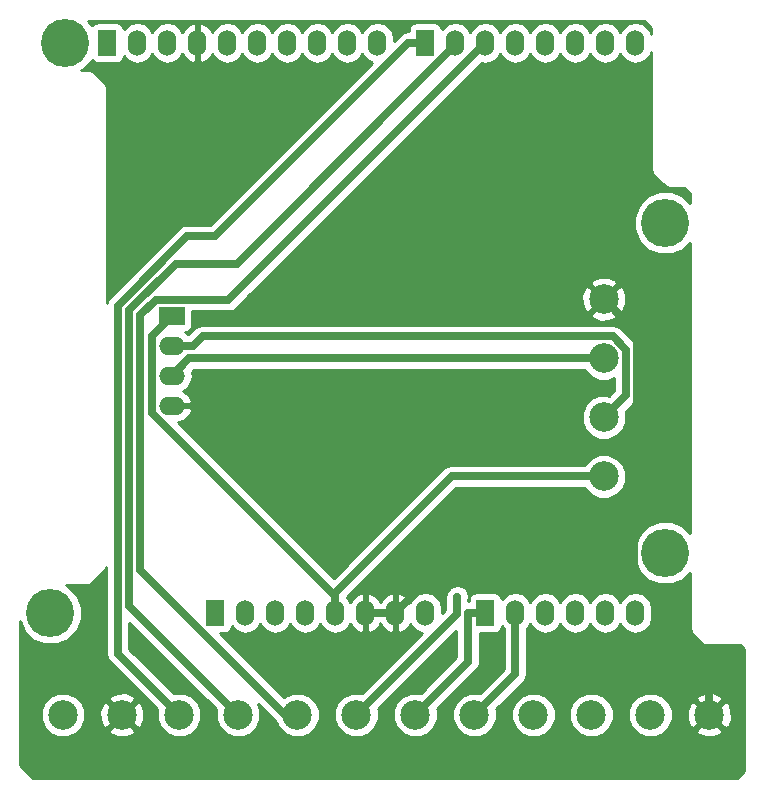
<source format=gbr>
G04 #@! TF.FileFunction,Copper,L2,Bot,Signal*
%FSLAX46Y46*%
G04 Gerber Fmt 4.6, Leading zero omitted, Abs format (unit mm)*
G04 Created by KiCad (PCBNEW 4.0.6) date 05/21/18 12:18:21*
%MOMM*%
%LPD*%
G01*
G04 APERTURE LIST*
%ADD10C,0.100000*%
%ADD11C,4.064000*%
%ADD12C,2.500000*%
%ADD13R,1.524000X2.199640*%
%ADD14O,1.524000X2.199640*%
%ADD15R,2.199640X1.524000*%
%ADD16O,2.199640X1.524000*%
%ADD17C,0.600000*%
%ADD18C,0.700000*%
%ADD19C,0.254000*%
G04 APERTURE END LIST*
D10*
D11*
X177038000Y-90805000D03*
X177038000Y-118745000D03*
D12*
X165876000Y-132461000D03*
X160876000Y-132461000D03*
X155876000Y-132461000D03*
X150876000Y-132461000D03*
X145876000Y-132461000D03*
X135876000Y-132461000D03*
X140876000Y-132461000D03*
D11*
X124968000Y-123825000D03*
X126238000Y-75565000D03*
D12*
X171831000Y-97275000D03*
X171831000Y-102275000D03*
X171831000Y-112275000D03*
X171831000Y-107275000D03*
X126024000Y-132461000D03*
X131024000Y-132461000D03*
D13*
X129794000Y-75565000D03*
D14*
X132334000Y-75565000D03*
X134874000Y-75565000D03*
X137414000Y-75565000D03*
X139954000Y-75565000D03*
X142494000Y-75565000D03*
X145034000Y-75565000D03*
X147574000Y-75565000D03*
X150114000Y-75565000D03*
X152654000Y-75565000D03*
D13*
X138938000Y-123825000D03*
D14*
X141478000Y-123825000D03*
X144018000Y-123825000D03*
X146558000Y-123825000D03*
X149098000Y-123825000D03*
X151638000Y-123825000D03*
X154178000Y-123825000D03*
X156718000Y-123825000D03*
D13*
X161798000Y-123825000D03*
D14*
X164338000Y-123825000D03*
X166878000Y-123825000D03*
X169418000Y-123825000D03*
X171958000Y-123825000D03*
X174498000Y-123825000D03*
D13*
X156718000Y-75565000D03*
D14*
X159258000Y-75565000D03*
X161798000Y-75565000D03*
X164338000Y-75565000D03*
X166878000Y-75565000D03*
X169418000Y-75565000D03*
X171958000Y-75565000D03*
X174498000Y-75565000D03*
D12*
X180768000Y-132461000D03*
X170768000Y-132461000D03*
X175768000Y-132461000D03*
D15*
X135255000Y-98679000D03*
D16*
X135255000Y-101219000D03*
X135255000Y-103759000D03*
X135255000Y-106299000D03*
D17*
X159437100Y-122458400D03*
D18*
X149098000Y-123825000D02*
X149098000Y-122312500D01*
X148805300Y-122124700D02*
X149098000Y-122124700D01*
X133554700Y-106874100D02*
X148805300Y-122124700D01*
X133554700Y-100379300D02*
X133554700Y-106874100D01*
X135255000Y-98679000D02*
X133554700Y-100379300D01*
X149098000Y-122312500D02*
X149098000Y-122124700D01*
X158947700Y-112275000D02*
X171831000Y-112275000D01*
X149098000Y-122124700D02*
X158947700Y-112275000D01*
X151638000Y-123825000D02*
X153100000Y-123825000D01*
X154178000Y-123825000D02*
X153100000Y-123825000D01*
X156911100Y-121091900D02*
X154178000Y-123825000D01*
X174376300Y-121091900D02*
X156911100Y-121091900D01*
X180768000Y-127483600D02*
X174376300Y-121091900D01*
X180768000Y-132461000D02*
X180768000Y-127483600D01*
X174659600Y-100103600D02*
X171831000Y-97275000D01*
X174659600Y-109026200D02*
X174659600Y-100103600D01*
X174376300Y-109309500D02*
X174659600Y-109026200D01*
X174376300Y-121091900D02*
X174376300Y-109309500D01*
X136739000Y-102275000D02*
X171831000Y-102275000D01*
X135255000Y-103759000D02*
X136739000Y-102275000D01*
X173709200Y-105396800D02*
X171831000Y-107275000D01*
X173709200Y-101532100D02*
X173709200Y-105396800D01*
X172593100Y-100416000D02*
X173709200Y-101532100D01*
X137857900Y-100416000D02*
X172593100Y-100416000D01*
X137054900Y-101219000D02*
X137857900Y-100416000D01*
X135255000Y-101219000D02*
X137054900Y-101219000D01*
X130686300Y-127271300D02*
X135876000Y-132461000D01*
X130686300Y-97810400D02*
X130686300Y-127271300D01*
X136559600Y-91937100D02*
X130686300Y-97810400D01*
X138883900Y-91937100D02*
X136559600Y-91937100D01*
X155256000Y-75565000D02*
X138883900Y-91937100D01*
X156718000Y-75565000D02*
X155256000Y-75565000D01*
X131653800Y-123238800D02*
X140876000Y-132461000D01*
X131653800Y-98216900D02*
X131653800Y-123238800D01*
X135580000Y-94290700D02*
X131653800Y-98216900D01*
X140756600Y-94290700D02*
X135580000Y-94290700D01*
X159258000Y-75789300D02*
X140756600Y-94290700D01*
X159258000Y-75565000D02*
X159258000Y-75789300D01*
X140046400Y-97316600D02*
X161798000Y-75565000D01*
X133898200Y-97316600D02*
X140046400Y-97316600D01*
X132604200Y-98610600D02*
X133898200Y-97316600D01*
X132604200Y-120206000D02*
X132604200Y-98610600D01*
X144859200Y-132461000D02*
X132604200Y-120206000D01*
X145876000Y-132461000D02*
X144859200Y-132461000D01*
X159385600Y-123951400D02*
X150876000Y-132461000D01*
X159385600Y-122509900D02*
X159385600Y-123951400D01*
X159437100Y-122458400D02*
X159385600Y-122509900D01*
X160336000Y-128001000D02*
X155876000Y-132461000D01*
X160336000Y-123825000D02*
X160336000Y-128001000D01*
X161798000Y-123825000D02*
X160336000Y-123825000D01*
X164338000Y-128999000D02*
X160876000Y-132461000D01*
X164338000Y-123825000D02*
X164338000Y-128999000D01*
D19*
G36*
X175820000Y-86233000D02*
X175874046Y-86504705D01*
X176027954Y-86735046D01*
X176916954Y-87624046D01*
X177147295Y-87777954D01*
X177419000Y-87832000D01*
X178648908Y-87832000D01*
X179122000Y-88305092D01*
X179122000Y-89117636D01*
X178550707Y-88545345D01*
X177570827Y-88138464D01*
X176509828Y-88137538D01*
X175529239Y-88542709D01*
X174778345Y-89292293D01*
X174371464Y-90272173D01*
X174370538Y-91333172D01*
X174775709Y-92313761D01*
X175525293Y-93064655D01*
X176505173Y-93471536D01*
X177566172Y-93472462D01*
X178546761Y-93067291D01*
X179122000Y-92493056D01*
X179122000Y-117057636D01*
X178550707Y-116485345D01*
X177570827Y-116078464D01*
X176509828Y-116077538D01*
X175529239Y-116482709D01*
X174778345Y-117232293D01*
X174371464Y-118212173D01*
X174370538Y-119273172D01*
X174775709Y-120253761D01*
X175525293Y-121004655D01*
X176505173Y-121411536D01*
X177566172Y-121412462D01*
X178546761Y-121007291D01*
X179122000Y-120433056D01*
X179122000Y-125095000D01*
X179176046Y-125366705D01*
X179329954Y-125597046D01*
X180091954Y-126359046D01*
X180322295Y-126512954D01*
X180594000Y-126567000D01*
X183347908Y-126567000D01*
X183694000Y-126913092D01*
X183694000Y-137246908D01*
X183093908Y-137847000D01*
X123484091Y-137847000D01*
X122376000Y-136738908D01*
X122376000Y-132834305D01*
X124138674Y-132834305D01*
X124425043Y-133527372D01*
X124954839Y-134058093D01*
X125647405Y-134345672D01*
X126397305Y-134346326D01*
X127090372Y-134059957D01*
X127356472Y-133794320D01*
X129870285Y-133794320D01*
X129999533Y-134087123D01*
X130699806Y-134355388D01*
X131449435Y-134335250D01*
X132048467Y-134087123D01*
X132177715Y-133794320D01*
X131024000Y-132640605D01*
X129870285Y-133794320D01*
X127356472Y-133794320D01*
X127621093Y-133530161D01*
X127908672Y-132837595D01*
X127909283Y-132136806D01*
X129129612Y-132136806D01*
X129149750Y-132886435D01*
X129397877Y-133485467D01*
X129690680Y-133614715D01*
X130844395Y-132461000D01*
X131203605Y-132461000D01*
X132357320Y-133614715D01*
X132650123Y-133485467D01*
X132918388Y-132785194D01*
X132898250Y-132035565D01*
X132650123Y-131436533D01*
X132357320Y-131307285D01*
X131203605Y-132461000D01*
X130844395Y-132461000D01*
X129690680Y-131307285D01*
X129397877Y-131436533D01*
X129129612Y-132136806D01*
X127909283Y-132136806D01*
X127909326Y-132087695D01*
X127622957Y-131394628D01*
X127356475Y-131127680D01*
X129870285Y-131127680D01*
X131024000Y-132281395D01*
X132177715Y-131127680D01*
X132048467Y-130834877D01*
X131348194Y-130566612D01*
X130598565Y-130586750D01*
X129999533Y-130834877D01*
X129870285Y-131127680D01*
X127356475Y-131127680D01*
X127093161Y-130863907D01*
X126400595Y-130576328D01*
X125650695Y-130575674D01*
X124957628Y-130862043D01*
X124426907Y-131391839D01*
X124139328Y-132084405D01*
X124138674Y-132834305D01*
X122376000Y-132834305D01*
X122376000Y-124535804D01*
X122705709Y-125333761D01*
X123455293Y-126084655D01*
X124435173Y-126491536D01*
X125496172Y-126492462D01*
X126476761Y-126087291D01*
X127227655Y-125337707D01*
X127634536Y-124357827D01*
X127635462Y-123296828D01*
X127230291Y-122316239D01*
X126480707Y-121565345D01*
X126292031Y-121487000D01*
X128016000Y-121487000D01*
X128287705Y-121432954D01*
X128518046Y-121279046D01*
X129534046Y-120263046D01*
X129687954Y-120032705D01*
X129701300Y-119965611D01*
X129701300Y-127271300D01*
X129776279Y-127648243D01*
X129989800Y-127967800D01*
X134025092Y-132003092D01*
X133991328Y-132084405D01*
X133990674Y-132834305D01*
X134277043Y-133527372D01*
X134806839Y-134058093D01*
X135499405Y-134345672D01*
X136249305Y-134346326D01*
X136942372Y-134059957D01*
X137473093Y-133530161D01*
X137760672Y-132837595D01*
X137761326Y-132087695D01*
X137474957Y-131394628D01*
X136945161Y-130863907D01*
X136252595Y-130576328D01*
X135502695Y-130575674D01*
X135418474Y-130610474D01*
X131671300Y-126863300D01*
X131671300Y-124649300D01*
X139025092Y-132003092D01*
X138991328Y-132084405D01*
X138990674Y-132834305D01*
X139277043Y-133527372D01*
X139806839Y-134058093D01*
X140499405Y-134345672D01*
X141249305Y-134346326D01*
X141942372Y-134059957D01*
X142473093Y-133530161D01*
X142760672Y-132837595D01*
X142761326Y-132087695D01*
X142527858Y-131522658D01*
X144097117Y-133091917D01*
X144277043Y-133527372D01*
X144806839Y-134058093D01*
X145499405Y-134345672D01*
X146249305Y-134346326D01*
X146942372Y-134059957D01*
X147473093Y-133530161D01*
X147760672Y-132837595D01*
X147760674Y-132834305D01*
X148990674Y-132834305D01*
X149277043Y-133527372D01*
X149806839Y-134058093D01*
X150499405Y-134345672D01*
X151249305Y-134346326D01*
X151942372Y-134059957D01*
X152473093Y-133530161D01*
X152760672Y-132837595D01*
X152761326Y-132087695D01*
X152726526Y-132003474D01*
X159351000Y-125379000D01*
X159351000Y-127592999D01*
X156333908Y-130610092D01*
X156252595Y-130576328D01*
X155502695Y-130575674D01*
X154809628Y-130862043D01*
X154278907Y-131391839D01*
X153991328Y-132084405D01*
X153990674Y-132834305D01*
X154277043Y-133527372D01*
X154806839Y-134058093D01*
X155499405Y-134345672D01*
X156249305Y-134346326D01*
X156942372Y-134059957D01*
X157473093Y-133530161D01*
X157760672Y-132837595D01*
X157761326Y-132087695D01*
X157726527Y-132003474D01*
X161032500Y-128697501D01*
X161246021Y-128377943D01*
X161321000Y-128001000D01*
X161321000Y-125572260D01*
X162560000Y-125572260D01*
X162795317Y-125527982D01*
X163011441Y-125388910D01*
X163156431Y-125176710D01*
X163200260Y-124960276D01*
X163350172Y-125184635D01*
X163353000Y-125186525D01*
X163353000Y-128591000D01*
X161333908Y-130610092D01*
X161252595Y-130576328D01*
X160502695Y-130575674D01*
X159809628Y-130862043D01*
X159278907Y-131391839D01*
X158991328Y-132084405D01*
X158990674Y-132834305D01*
X159277043Y-133527372D01*
X159806839Y-134058093D01*
X160499405Y-134345672D01*
X161249305Y-134346326D01*
X161942372Y-134059957D01*
X162473093Y-133530161D01*
X162760672Y-132837595D01*
X162760674Y-132834305D01*
X163990674Y-132834305D01*
X164277043Y-133527372D01*
X164806839Y-134058093D01*
X165499405Y-134345672D01*
X166249305Y-134346326D01*
X166942372Y-134059957D01*
X167473093Y-133530161D01*
X167760672Y-132837595D01*
X167760674Y-132834305D01*
X168882674Y-132834305D01*
X169169043Y-133527372D01*
X169698839Y-134058093D01*
X170391405Y-134345672D01*
X171141305Y-134346326D01*
X171834372Y-134059957D01*
X172365093Y-133530161D01*
X172652672Y-132837595D01*
X172652674Y-132834305D01*
X173882674Y-132834305D01*
X174169043Y-133527372D01*
X174698839Y-134058093D01*
X175391405Y-134345672D01*
X176141305Y-134346326D01*
X176834372Y-134059957D01*
X177100472Y-133794320D01*
X179614285Y-133794320D01*
X179743533Y-134087123D01*
X180443806Y-134355388D01*
X181193435Y-134335250D01*
X181792467Y-134087123D01*
X181921715Y-133794320D01*
X180768000Y-132640605D01*
X179614285Y-133794320D01*
X177100472Y-133794320D01*
X177365093Y-133530161D01*
X177652672Y-132837595D01*
X177653283Y-132136806D01*
X178873612Y-132136806D01*
X178893750Y-132886435D01*
X179141877Y-133485467D01*
X179434680Y-133614715D01*
X180588395Y-132461000D01*
X180947605Y-132461000D01*
X182101320Y-133614715D01*
X182394123Y-133485467D01*
X182662388Y-132785194D01*
X182642250Y-132035565D01*
X182394123Y-131436533D01*
X182101320Y-131307285D01*
X180947605Y-132461000D01*
X180588395Y-132461000D01*
X179434680Y-131307285D01*
X179141877Y-131436533D01*
X178873612Y-132136806D01*
X177653283Y-132136806D01*
X177653326Y-132087695D01*
X177366957Y-131394628D01*
X177100475Y-131127680D01*
X179614285Y-131127680D01*
X180768000Y-132281395D01*
X181921715Y-131127680D01*
X181792467Y-130834877D01*
X181092194Y-130566612D01*
X180342565Y-130586750D01*
X179743533Y-130834877D01*
X179614285Y-131127680D01*
X177100475Y-131127680D01*
X176837161Y-130863907D01*
X176144595Y-130576328D01*
X175394695Y-130575674D01*
X174701628Y-130862043D01*
X174170907Y-131391839D01*
X173883328Y-132084405D01*
X173882674Y-132834305D01*
X172652674Y-132834305D01*
X172653326Y-132087695D01*
X172366957Y-131394628D01*
X171837161Y-130863907D01*
X171144595Y-130576328D01*
X170394695Y-130575674D01*
X169701628Y-130862043D01*
X169170907Y-131391839D01*
X168883328Y-132084405D01*
X168882674Y-132834305D01*
X167760674Y-132834305D01*
X167761326Y-132087695D01*
X167474957Y-131394628D01*
X166945161Y-130863907D01*
X166252595Y-130576328D01*
X165502695Y-130575674D01*
X164809628Y-130862043D01*
X164278907Y-131391839D01*
X163991328Y-132084405D01*
X163990674Y-132834305D01*
X162760674Y-132834305D01*
X162761326Y-132087695D01*
X162726526Y-132003474D01*
X165034500Y-129695500D01*
X165248021Y-129375943D01*
X165323000Y-128999000D01*
X165323000Y-125186525D01*
X165325828Y-125184635D01*
X165608000Y-124762336D01*
X165890172Y-125184635D01*
X166343391Y-125487467D01*
X166878000Y-125593807D01*
X167412609Y-125487467D01*
X167865828Y-125184635D01*
X168148000Y-124762336D01*
X168430172Y-125184635D01*
X168883391Y-125487467D01*
X169418000Y-125593807D01*
X169952609Y-125487467D01*
X170405828Y-125184635D01*
X170688000Y-124762336D01*
X170970172Y-125184635D01*
X171423391Y-125487467D01*
X171958000Y-125593807D01*
X172492609Y-125487467D01*
X172945828Y-125184635D01*
X173228000Y-124762336D01*
X173510172Y-125184635D01*
X173963391Y-125487467D01*
X174498000Y-125593807D01*
X175032609Y-125487467D01*
X175485828Y-125184635D01*
X175788660Y-124731416D01*
X175895000Y-124196807D01*
X175895000Y-123453193D01*
X175788660Y-122918584D01*
X175485828Y-122465365D01*
X175032609Y-122162533D01*
X174498000Y-122056193D01*
X173963391Y-122162533D01*
X173510172Y-122465365D01*
X173228000Y-122887664D01*
X172945828Y-122465365D01*
X172492609Y-122162533D01*
X171958000Y-122056193D01*
X171423391Y-122162533D01*
X170970172Y-122465365D01*
X170688000Y-122887664D01*
X170405828Y-122465365D01*
X169952609Y-122162533D01*
X169418000Y-122056193D01*
X168883391Y-122162533D01*
X168430172Y-122465365D01*
X168148000Y-122887664D01*
X167865828Y-122465365D01*
X167412609Y-122162533D01*
X166878000Y-122056193D01*
X166343391Y-122162533D01*
X165890172Y-122465365D01*
X165608000Y-122887664D01*
X165325828Y-122465365D01*
X164872609Y-122162533D01*
X164338000Y-122056193D01*
X163803391Y-122162533D01*
X163350172Y-122465365D01*
X163200657Y-122689130D01*
X163163162Y-122489863D01*
X163024090Y-122273739D01*
X162811890Y-122128749D01*
X162560000Y-122077740D01*
X161036000Y-122077740D01*
X160800683Y-122122018D01*
X160584559Y-122261090D01*
X160439569Y-122473290D01*
X160388560Y-122725180D01*
X160388560Y-122840000D01*
X160370600Y-122840000D01*
X160370600Y-122717307D01*
X160422100Y-122458400D01*
X160347121Y-122081457D01*
X160133600Y-121761900D01*
X159814043Y-121548379D01*
X159437100Y-121473400D01*
X159060157Y-121548379D01*
X158740600Y-121761900D01*
X158689100Y-121813400D01*
X158475579Y-122132957D01*
X158400600Y-122509900D01*
X158400600Y-123543400D01*
X158115000Y-123829000D01*
X158115000Y-123453193D01*
X158008660Y-122918584D01*
X157705828Y-122465365D01*
X157252609Y-122162533D01*
X156718000Y-122056193D01*
X156183391Y-122162533D01*
X155730172Y-122465365D01*
X155439353Y-122900606D01*
X155420059Y-122835239D01*
X155076026Y-122409550D01*
X154595277Y-122147920D01*
X154521070Y-122132960D01*
X154305000Y-122255460D01*
X154305000Y-123698000D01*
X154325000Y-123698000D01*
X154325000Y-123952000D01*
X154305000Y-123952000D01*
X154305000Y-125394540D01*
X154521070Y-125517040D01*
X154595277Y-125502080D01*
X155076026Y-125240450D01*
X155420059Y-124814761D01*
X155439353Y-124749394D01*
X155730172Y-125184635D01*
X156183391Y-125487467D01*
X156411216Y-125532784D01*
X151333908Y-130610092D01*
X151252595Y-130576328D01*
X150502695Y-130575674D01*
X149809628Y-130862043D01*
X149278907Y-131391839D01*
X148991328Y-132084405D01*
X148990674Y-132834305D01*
X147760674Y-132834305D01*
X147761326Y-132087695D01*
X147474957Y-131394628D01*
X146945161Y-130863907D01*
X146252595Y-130576328D01*
X145502695Y-130575674D01*
X144809628Y-130862043D01*
X144731367Y-130940167D01*
X139363460Y-125572260D01*
X139700000Y-125572260D01*
X139935317Y-125527982D01*
X140151441Y-125388910D01*
X140296431Y-125176710D01*
X140340260Y-124960276D01*
X140490172Y-125184635D01*
X140943391Y-125487467D01*
X141478000Y-125593807D01*
X142012609Y-125487467D01*
X142465828Y-125184635D01*
X142748000Y-124762336D01*
X143030172Y-125184635D01*
X143483391Y-125487467D01*
X144018000Y-125593807D01*
X144552609Y-125487467D01*
X145005828Y-125184635D01*
X145288000Y-124762336D01*
X145570172Y-125184635D01*
X146023391Y-125487467D01*
X146558000Y-125593807D01*
X147092609Y-125487467D01*
X147545828Y-125184635D01*
X147828000Y-124762336D01*
X148110172Y-125184635D01*
X148563391Y-125487467D01*
X149098000Y-125593807D01*
X149632609Y-125487467D01*
X150085828Y-125184635D01*
X150376647Y-124749394D01*
X150395941Y-124814761D01*
X150739974Y-125240450D01*
X151220723Y-125502080D01*
X151294930Y-125517040D01*
X151511000Y-125394540D01*
X151511000Y-123952000D01*
X151765000Y-123952000D01*
X151765000Y-125394540D01*
X151981070Y-125517040D01*
X152055277Y-125502080D01*
X152536026Y-125240450D01*
X152880059Y-124814761D01*
X152908000Y-124720097D01*
X152935941Y-124814761D01*
X153279974Y-125240450D01*
X153760723Y-125502080D01*
X153834930Y-125517040D01*
X154051000Y-125394540D01*
X154051000Y-123952000D01*
X151765000Y-123952000D01*
X151511000Y-123952000D01*
X151491000Y-123952000D01*
X151491000Y-123698000D01*
X151511000Y-123698000D01*
X151511000Y-122255460D01*
X151765000Y-122255460D01*
X151765000Y-123698000D01*
X154051000Y-123698000D01*
X154051000Y-122255460D01*
X153834930Y-122132960D01*
X153760723Y-122147920D01*
X153279974Y-122409550D01*
X152935941Y-122835239D01*
X152908000Y-122929903D01*
X152880059Y-122835239D01*
X152536026Y-122409550D01*
X152055277Y-122147920D01*
X151981070Y-122132960D01*
X151765000Y-122255460D01*
X151511000Y-122255460D01*
X151294930Y-122132960D01*
X151220723Y-122147920D01*
X150739974Y-122409550D01*
X150395941Y-122835239D01*
X150376647Y-122900606D01*
X150111666Y-122504034D01*
X159355700Y-113260000D01*
X170198421Y-113260000D01*
X170232043Y-113341372D01*
X170761839Y-113872093D01*
X171454405Y-114159672D01*
X172204305Y-114160326D01*
X172897372Y-113873957D01*
X173428093Y-113344161D01*
X173715672Y-112651595D01*
X173716326Y-111901695D01*
X173429957Y-111208628D01*
X172900161Y-110677907D01*
X172207595Y-110390328D01*
X171457695Y-110389674D01*
X170764628Y-110676043D01*
X170233907Y-111205839D01*
X170198960Y-111290000D01*
X158947700Y-111290000D01*
X158570757Y-111364979D01*
X158251200Y-111578500D01*
X148951650Y-120878050D01*
X135758255Y-107684655D01*
X136244761Y-107541059D01*
X136670450Y-107197026D01*
X136932080Y-106716277D01*
X136947040Y-106642070D01*
X136824540Y-106426000D01*
X135382000Y-106426000D01*
X135382000Y-106446000D01*
X135128000Y-106446000D01*
X135128000Y-106426000D01*
X135108000Y-106426000D01*
X135108000Y-106172000D01*
X135128000Y-106172000D01*
X135128000Y-106152000D01*
X135382000Y-106152000D01*
X135382000Y-106172000D01*
X136824540Y-106172000D01*
X136947040Y-105955930D01*
X136932080Y-105881723D01*
X136670450Y-105400974D01*
X136244761Y-105056941D01*
X136179394Y-105037647D01*
X136614635Y-104746828D01*
X136917467Y-104293609D01*
X137023807Y-103759000D01*
X136961457Y-103445543D01*
X137147000Y-103260000D01*
X170198421Y-103260000D01*
X170232043Y-103341372D01*
X170761839Y-103872093D01*
X171454405Y-104159672D01*
X172204305Y-104160326D01*
X172724200Y-103945510D01*
X172724200Y-104988800D01*
X172288908Y-105424092D01*
X172207595Y-105390328D01*
X171457695Y-105389674D01*
X170764628Y-105676043D01*
X170233907Y-106205839D01*
X169946328Y-106898405D01*
X169945674Y-107648305D01*
X170232043Y-108341372D01*
X170761839Y-108872093D01*
X171454405Y-109159672D01*
X172204305Y-109160326D01*
X172897372Y-108873957D01*
X173428093Y-108344161D01*
X173715672Y-107651595D01*
X173716326Y-106901695D01*
X173681526Y-106817474D01*
X174405700Y-106093300D01*
X174619221Y-105773743D01*
X174694200Y-105396800D01*
X174694200Y-101532100D01*
X174619221Y-101155157D01*
X174405700Y-100835600D01*
X173289600Y-99719500D01*
X172970043Y-99505979D01*
X172593100Y-99431000D01*
X137857900Y-99431000D01*
X137480957Y-99505979D01*
X137161399Y-99719500D01*
X136646900Y-100234000D01*
X136616525Y-100234000D01*
X136614635Y-100231172D01*
X136390870Y-100081657D01*
X136590137Y-100044162D01*
X136806261Y-99905090D01*
X136951251Y-99692890D01*
X137002260Y-99441000D01*
X137002260Y-98608320D01*
X170677285Y-98608320D01*
X170806533Y-98901123D01*
X171506806Y-99169388D01*
X172256435Y-99149250D01*
X172855467Y-98901123D01*
X172984715Y-98608320D01*
X171831000Y-97454605D01*
X170677285Y-98608320D01*
X137002260Y-98608320D01*
X137002260Y-98301600D01*
X140046400Y-98301600D01*
X140423343Y-98226621D01*
X140742900Y-98013100D01*
X141805194Y-96950806D01*
X169936612Y-96950806D01*
X169956750Y-97700435D01*
X170204877Y-98299467D01*
X170497680Y-98428715D01*
X171651395Y-97275000D01*
X172010605Y-97275000D01*
X173164320Y-98428715D01*
X173457123Y-98299467D01*
X173725388Y-97599194D01*
X173705250Y-96849565D01*
X173457123Y-96250533D01*
X173164320Y-96121285D01*
X172010605Y-97275000D01*
X171651395Y-97275000D01*
X170497680Y-96121285D01*
X170204877Y-96250533D01*
X169936612Y-96950806D01*
X141805194Y-96950806D01*
X142814320Y-95941680D01*
X170677285Y-95941680D01*
X171831000Y-97095395D01*
X172984715Y-95941680D01*
X172855467Y-95648877D01*
X172155194Y-95380612D01*
X171405565Y-95400750D01*
X170806533Y-95648877D01*
X170677285Y-95941680D01*
X142814320Y-95941680D01*
X161484543Y-77271457D01*
X161798000Y-77333807D01*
X162332609Y-77227467D01*
X162785828Y-76924635D01*
X163068000Y-76502336D01*
X163350172Y-76924635D01*
X163803391Y-77227467D01*
X164338000Y-77333807D01*
X164872609Y-77227467D01*
X165325828Y-76924635D01*
X165608000Y-76502336D01*
X165890172Y-76924635D01*
X166343391Y-77227467D01*
X166878000Y-77333807D01*
X167412609Y-77227467D01*
X167865828Y-76924635D01*
X168148000Y-76502336D01*
X168430172Y-76924635D01*
X168883391Y-77227467D01*
X169418000Y-77333807D01*
X169952609Y-77227467D01*
X170405828Y-76924635D01*
X170688000Y-76502336D01*
X170970172Y-76924635D01*
X171423391Y-77227467D01*
X171958000Y-77333807D01*
X172492609Y-77227467D01*
X172945828Y-76924635D01*
X173228000Y-76502336D01*
X173510172Y-76924635D01*
X173963391Y-77227467D01*
X174498000Y-77333807D01*
X175032609Y-77227467D01*
X175485828Y-76924635D01*
X175788660Y-76471416D01*
X175820000Y-76313859D01*
X175820000Y-86233000D01*
X175820000Y-86233000D01*
G37*
X175820000Y-86233000D02*
X175874046Y-86504705D01*
X176027954Y-86735046D01*
X176916954Y-87624046D01*
X177147295Y-87777954D01*
X177419000Y-87832000D01*
X178648908Y-87832000D01*
X179122000Y-88305092D01*
X179122000Y-89117636D01*
X178550707Y-88545345D01*
X177570827Y-88138464D01*
X176509828Y-88137538D01*
X175529239Y-88542709D01*
X174778345Y-89292293D01*
X174371464Y-90272173D01*
X174370538Y-91333172D01*
X174775709Y-92313761D01*
X175525293Y-93064655D01*
X176505173Y-93471536D01*
X177566172Y-93472462D01*
X178546761Y-93067291D01*
X179122000Y-92493056D01*
X179122000Y-117057636D01*
X178550707Y-116485345D01*
X177570827Y-116078464D01*
X176509828Y-116077538D01*
X175529239Y-116482709D01*
X174778345Y-117232293D01*
X174371464Y-118212173D01*
X174370538Y-119273172D01*
X174775709Y-120253761D01*
X175525293Y-121004655D01*
X176505173Y-121411536D01*
X177566172Y-121412462D01*
X178546761Y-121007291D01*
X179122000Y-120433056D01*
X179122000Y-125095000D01*
X179176046Y-125366705D01*
X179329954Y-125597046D01*
X180091954Y-126359046D01*
X180322295Y-126512954D01*
X180594000Y-126567000D01*
X183347908Y-126567000D01*
X183694000Y-126913092D01*
X183694000Y-137246908D01*
X183093908Y-137847000D01*
X123484091Y-137847000D01*
X122376000Y-136738908D01*
X122376000Y-132834305D01*
X124138674Y-132834305D01*
X124425043Y-133527372D01*
X124954839Y-134058093D01*
X125647405Y-134345672D01*
X126397305Y-134346326D01*
X127090372Y-134059957D01*
X127356472Y-133794320D01*
X129870285Y-133794320D01*
X129999533Y-134087123D01*
X130699806Y-134355388D01*
X131449435Y-134335250D01*
X132048467Y-134087123D01*
X132177715Y-133794320D01*
X131024000Y-132640605D01*
X129870285Y-133794320D01*
X127356472Y-133794320D01*
X127621093Y-133530161D01*
X127908672Y-132837595D01*
X127909283Y-132136806D01*
X129129612Y-132136806D01*
X129149750Y-132886435D01*
X129397877Y-133485467D01*
X129690680Y-133614715D01*
X130844395Y-132461000D01*
X131203605Y-132461000D01*
X132357320Y-133614715D01*
X132650123Y-133485467D01*
X132918388Y-132785194D01*
X132898250Y-132035565D01*
X132650123Y-131436533D01*
X132357320Y-131307285D01*
X131203605Y-132461000D01*
X130844395Y-132461000D01*
X129690680Y-131307285D01*
X129397877Y-131436533D01*
X129129612Y-132136806D01*
X127909283Y-132136806D01*
X127909326Y-132087695D01*
X127622957Y-131394628D01*
X127356475Y-131127680D01*
X129870285Y-131127680D01*
X131024000Y-132281395D01*
X132177715Y-131127680D01*
X132048467Y-130834877D01*
X131348194Y-130566612D01*
X130598565Y-130586750D01*
X129999533Y-130834877D01*
X129870285Y-131127680D01*
X127356475Y-131127680D01*
X127093161Y-130863907D01*
X126400595Y-130576328D01*
X125650695Y-130575674D01*
X124957628Y-130862043D01*
X124426907Y-131391839D01*
X124139328Y-132084405D01*
X124138674Y-132834305D01*
X122376000Y-132834305D01*
X122376000Y-124535804D01*
X122705709Y-125333761D01*
X123455293Y-126084655D01*
X124435173Y-126491536D01*
X125496172Y-126492462D01*
X126476761Y-126087291D01*
X127227655Y-125337707D01*
X127634536Y-124357827D01*
X127635462Y-123296828D01*
X127230291Y-122316239D01*
X126480707Y-121565345D01*
X126292031Y-121487000D01*
X128016000Y-121487000D01*
X128287705Y-121432954D01*
X128518046Y-121279046D01*
X129534046Y-120263046D01*
X129687954Y-120032705D01*
X129701300Y-119965611D01*
X129701300Y-127271300D01*
X129776279Y-127648243D01*
X129989800Y-127967800D01*
X134025092Y-132003092D01*
X133991328Y-132084405D01*
X133990674Y-132834305D01*
X134277043Y-133527372D01*
X134806839Y-134058093D01*
X135499405Y-134345672D01*
X136249305Y-134346326D01*
X136942372Y-134059957D01*
X137473093Y-133530161D01*
X137760672Y-132837595D01*
X137761326Y-132087695D01*
X137474957Y-131394628D01*
X136945161Y-130863907D01*
X136252595Y-130576328D01*
X135502695Y-130575674D01*
X135418474Y-130610474D01*
X131671300Y-126863300D01*
X131671300Y-124649300D01*
X139025092Y-132003092D01*
X138991328Y-132084405D01*
X138990674Y-132834305D01*
X139277043Y-133527372D01*
X139806839Y-134058093D01*
X140499405Y-134345672D01*
X141249305Y-134346326D01*
X141942372Y-134059957D01*
X142473093Y-133530161D01*
X142760672Y-132837595D01*
X142761326Y-132087695D01*
X142527858Y-131522658D01*
X144097117Y-133091917D01*
X144277043Y-133527372D01*
X144806839Y-134058093D01*
X145499405Y-134345672D01*
X146249305Y-134346326D01*
X146942372Y-134059957D01*
X147473093Y-133530161D01*
X147760672Y-132837595D01*
X147760674Y-132834305D01*
X148990674Y-132834305D01*
X149277043Y-133527372D01*
X149806839Y-134058093D01*
X150499405Y-134345672D01*
X151249305Y-134346326D01*
X151942372Y-134059957D01*
X152473093Y-133530161D01*
X152760672Y-132837595D01*
X152761326Y-132087695D01*
X152726526Y-132003474D01*
X159351000Y-125379000D01*
X159351000Y-127592999D01*
X156333908Y-130610092D01*
X156252595Y-130576328D01*
X155502695Y-130575674D01*
X154809628Y-130862043D01*
X154278907Y-131391839D01*
X153991328Y-132084405D01*
X153990674Y-132834305D01*
X154277043Y-133527372D01*
X154806839Y-134058093D01*
X155499405Y-134345672D01*
X156249305Y-134346326D01*
X156942372Y-134059957D01*
X157473093Y-133530161D01*
X157760672Y-132837595D01*
X157761326Y-132087695D01*
X157726527Y-132003474D01*
X161032500Y-128697501D01*
X161246021Y-128377943D01*
X161321000Y-128001000D01*
X161321000Y-125572260D01*
X162560000Y-125572260D01*
X162795317Y-125527982D01*
X163011441Y-125388910D01*
X163156431Y-125176710D01*
X163200260Y-124960276D01*
X163350172Y-125184635D01*
X163353000Y-125186525D01*
X163353000Y-128591000D01*
X161333908Y-130610092D01*
X161252595Y-130576328D01*
X160502695Y-130575674D01*
X159809628Y-130862043D01*
X159278907Y-131391839D01*
X158991328Y-132084405D01*
X158990674Y-132834305D01*
X159277043Y-133527372D01*
X159806839Y-134058093D01*
X160499405Y-134345672D01*
X161249305Y-134346326D01*
X161942372Y-134059957D01*
X162473093Y-133530161D01*
X162760672Y-132837595D01*
X162760674Y-132834305D01*
X163990674Y-132834305D01*
X164277043Y-133527372D01*
X164806839Y-134058093D01*
X165499405Y-134345672D01*
X166249305Y-134346326D01*
X166942372Y-134059957D01*
X167473093Y-133530161D01*
X167760672Y-132837595D01*
X167760674Y-132834305D01*
X168882674Y-132834305D01*
X169169043Y-133527372D01*
X169698839Y-134058093D01*
X170391405Y-134345672D01*
X171141305Y-134346326D01*
X171834372Y-134059957D01*
X172365093Y-133530161D01*
X172652672Y-132837595D01*
X172652674Y-132834305D01*
X173882674Y-132834305D01*
X174169043Y-133527372D01*
X174698839Y-134058093D01*
X175391405Y-134345672D01*
X176141305Y-134346326D01*
X176834372Y-134059957D01*
X177100472Y-133794320D01*
X179614285Y-133794320D01*
X179743533Y-134087123D01*
X180443806Y-134355388D01*
X181193435Y-134335250D01*
X181792467Y-134087123D01*
X181921715Y-133794320D01*
X180768000Y-132640605D01*
X179614285Y-133794320D01*
X177100472Y-133794320D01*
X177365093Y-133530161D01*
X177652672Y-132837595D01*
X177653283Y-132136806D01*
X178873612Y-132136806D01*
X178893750Y-132886435D01*
X179141877Y-133485467D01*
X179434680Y-133614715D01*
X180588395Y-132461000D01*
X180947605Y-132461000D01*
X182101320Y-133614715D01*
X182394123Y-133485467D01*
X182662388Y-132785194D01*
X182642250Y-132035565D01*
X182394123Y-131436533D01*
X182101320Y-131307285D01*
X180947605Y-132461000D01*
X180588395Y-132461000D01*
X179434680Y-131307285D01*
X179141877Y-131436533D01*
X178873612Y-132136806D01*
X177653283Y-132136806D01*
X177653326Y-132087695D01*
X177366957Y-131394628D01*
X177100475Y-131127680D01*
X179614285Y-131127680D01*
X180768000Y-132281395D01*
X181921715Y-131127680D01*
X181792467Y-130834877D01*
X181092194Y-130566612D01*
X180342565Y-130586750D01*
X179743533Y-130834877D01*
X179614285Y-131127680D01*
X177100475Y-131127680D01*
X176837161Y-130863907D01*
X176144595Y-130576328D01*
X175394695Y-130575674D01*
X174701628Y-130862043D01*
X174170907Y-131391839D01*
X173883328Y-132084405D01*
X173882674Y-132834305D01*
X172652674Y-132834305D01*
X172653326Y-132087695D01*
X172366957Y-131394628D01*
X171837161Y-130863907D01*
X171144595Y-130576328D01*
X170394695Y-130575674D01*
X169701628Y-130862043D01*
X169170907Y-131391839D01*
X168883328Y-132084405D01*
X168882674Y-132834305D01*
X167760674Y-132834305D01*
X167761326Y-132087695D01*
X167474957Y-131394628D01*
X166945161Y-130863907D01*
X166252595Y-130576328D01*
X165502695Y-130575674D01*
X164809628Y-130862043D01*
X164278907Y-131391839D01*
X163991328Y-132084405D01*
X163990674Y-132834305D01*
X162760674Y-132834305D01*
X162761326Y-132087695D01*
X162726526Y-132003474D01*
X165034500Y-129695500D01*
X165248021Y-129375943D01*
X165323000Y-128999000D01*
X165323000Y-125186525D01*
X165325828Y-125184635D01*
X165608000Y-124762336D01*
X165890172Y-125184635D01*
X166343391Y-125487467D01*
X166878000Y-125593807D01*
X167412609Y-125487467D01*
X167865828Y-125184635D01*
X168148000Y-124762336D01*
X168430172Y-125184635D01*
X168883391Y-125487467D01*
X169418000Y-125593807D01*
X169952609Y-125487467D01*
X170405828Y-125184635D01*
X170688000Y-124762336D01*
X170970172Y-125184635D01*
X171423391Y-125487467D01*
X171958000Y-125593807D01*
X172492609Y-125487467D01*
X172945828Y-125184635D01*
X173228000Y-124762336D01*
X173510172Y-125184635D01*
X173963391Y-125487467D01*
X174498000Y-125593807D01*
X175032609Y-125487467D01*
X175485828Y-125184635D01*
X175788660Y-124731416D01*
X175895000Y-124196807D01*
X175895000Y-123453193D01*
X175788660Y-122918584D01*
X175485828Y-122465365D01*
X175032609Y-122162533D01*
X174498000Y-122056193D01*
X173963391Y-122162533D01*
X173510172Y-122465365D01*
X173228000Y-122887664D01*
X172945828Y-122465365D01*
X172492609Y-122162533D01*
X171958000Y-122056193D01*
X171423391Y-122162533D01*
X170970172Y-122465365D01*
X170688000Y-122887664D01*
X170405828Y-122465365D01*
X169952609Y-122162533D01*
X169418000Y-122056193D01*
X168883391Y-122162533D01*
X168430172Y-122465365D01*
X168148000Y-122887664D01*
X167865828Y-122465365D01*
X167412609Y-122162533D01*
X166878000Y-122056193D01*
X166343391Y-122162533D01*
X165890172Y-122465365D01*
X165608000Y-122887664D01*
X165325828Y-122465365D01*
X164872609Y-122162533D01*
X164338000Y-122056193D01*
X163803391Y-122162533D01*
X163350172Y-122465365D01*
X163200657Y-122689130D01*
X163163162Y-122489863D01*
X163024090Y-122273739D01*
X162811890Y-122128749D01*
X162560000Y-122077740D01*
X161036000Y-122077740D01*
X160800683Y-122122018D01*
X160584559Y-122261090D01*
X160439569Y-122473290D01*
X160388560Y-122725180D01*
X160388560Y-122840000D01*
X160370600Y-122840000D01*
X160370600Y-122717307D01*
X160422100Y-122458400D01*
X160347121Y-122081457D01*
X160133600Y-121761900D01*
X159814043Y-121548379D01*
X159437100Y-121473400D01*
X159060157Y-121548379D01*
X158740600Y-121761900D01*
X158689100Y-121813400D01*
X158475579Y-122132957D01*
X158400600Y-122509900D01*
X158400600Y-123543400D01*
X158115000Y-123829000D01*
X158115000Y-123453193D01*
X158008660Y-122918584D01*
X157705828Y-122465365D01*
X157252609Y-122162533D01*
X156718000Y-122056193D01*
X156183391Y-122162533D01*
X155730172Y-122465365D01*
X155439353Y-122900606D01*
X155420059Y-122835239D01*
X155076026Y-122409550D01*
X154595277Y-122147920D01*
X154521070Y-122132960D01*
X154305000Y-122255460D01*
X154305000Y-123698000D01*
X154325000Y-123698000D01*
X154325000Y-123952000D01*
X154305000Y-123952000D01*
X154305000Y-125394540D01*
X154521070Y-125517040D01*
X154595277Y-125502080D01*
X155076026Y-125240450D01*
X155420059Y-124814761D01*
X155439353Y-124749394D01*
X155730172Y-125184635D01*
X156183391Y-125487467D01*
X156411216Y-125532784D01*
X151333908Y-130610092D01*
X151252595Y-130576328D01*
X150502695Y-130575674D01*
X149809628Y-130862043D01*
X149278907Y-131391839D01*
X148991328Y-132084405D01*
X148990674Y-132834305D01*
X147760674Y-132834305D01*
X147761326Y-132087695D01*
X147474957Y-131394628D01*
X146945161Y-130863907D01*
X146252595Y-130576328D01*
X145502695Y-130575674D01*
X144809628Y-130862043D01*
X144731367Y-130940167D01*
X139363460Y-125572260D01*
X139700000Y-125572260D01*
X139935317Y-125527982D01*
X140151441Y-125388910D01*
X140296431Y-125176710D01*
X140340260Y-124960276D01*
X140490172Y-125184635D01*
X140943391Y-125487467D01*
X141478000Y-125593807D01*
X142012609Y-125487467D01*
X142465828Y-125184635D01*
X142748000Y-124762336D01*
X143030172Y-125184635D01*
X143483391Y-125487467D01*
X144018000Y-125593807D01*
X144552609Y-125487467D01*
X145005828Y-125184635D01*
X145288000Y-124762336D01*
X145570172Y-125184635D01*
X146023391Y-125487467D01*
X146558000Y-125593807D01*
X147092609Y-125487467D01*
X147545828Y-125184635D01*
X147828000Y-124762336D01*
X148110172Y-125184635D01*
X148563391Y-125487467D01*
X149098000Y-125593807D01*
X149632609Y-125487467D01*
X150085828Y-125184635D01*
X150376647Y-124749394D01*
X150395941Y-124814761D01*
X150739974Y-125240450D01*
X151220723Y-125502080D01*
X151294930Y-125517040D01*
X151511000Y-125394540D01*
X151511000Y-123952000D01*
X151765000Y-123952000D01*
X151765000Y-125394540D01*
X151981070Y-125517040D01*
X152055277Y-125502080D01*
X152536026Y-125240450D01*
X152880059Y-124814761D01*
X152908000Y-124720097D01*
X152935941Y-124814761D01*
X153279974Y-125240450D01*
X153760723Y-125502080D01*
X153834930Y-125517040D01*
X154051000Y-125394540D01*
X154051000Y-123952000D01*
X151765000Y-123952000D01*
X151511000Y-123952000D01*
X151491000Y-123952000D01*
X151491000Y-123698000D01*
X151511000Y-123698000D01*
X151511000Y-122255460D01*
X151765000Y-122255460D01*
X151765000Y-123698000D01*
X154051000Y-123698000D01*
X154051000Y-122255460D01*
X153834930Y-122132960D01*
X153760723Y-122147920D01*
X153279974Y-122409550D01*
X152935941Y-122835239D01*
X152908000Y-122929903D01*
X152880059Y-122835239D01*
X152536026Y-122409550D01*
X152055277Y-122147920D01*
X151981070Y-122132960D01*
X151765000Y-122255460D01*
X151511000Y-122255460D01*
X151294930Y-122132960D01*
X151220723Y-122147920D01*
X150739974Y-122409550D01*
X150395941Y-122835239D01*
X150376647Y-122900606D01*
X150111666Y-122504034D01*
X159355700Y-113260000D01*
X170198421Y-113260000D01*
X170232043Y-113341372D01*
X170761839Y-113872093D01*
X171454405Y-114159672D01*
X172204305Y-114160326D01*
X172897372Y-113873957D01*
X173428093Y-113344161D01*
X173715672Y-112651595D01*
X173716326Y-111901695D01*
X173429957Y-111208628D01*
X172900161Y-110677907D01*
X172207595Y-110390328D01*
X171457695Y-110389674D01*
X170764628Y-110676043D01*
X170233907Y-111205839D01*
X170198960Y-111290000D01*
X158947700Y-111290000D01*
X158570757Y-111364979D01*
X158251200Y-111578500D01*
X148951650Y-120878050D01*
X135758255Y-107684655D01*
X136244761Y-107541059D01*
X136670450Y-107197026D01*
X136932080Y-106716277D01*
X136947040Y-106642070D01*
X136824540Y-106426000D01*
X135382000Y-106426000D01*
X135382000Y-106446000D01*
X135128000Y-106446000D01*
X135128000Y-106426000D01*
X135108000Y-106426000D01*
X135108000Y-106172000D01*
X135128000Y-106172000D01*
X135128000Y-106152000D01*
X135382000Y-106152000D01*
X135382000Y-106172000D01*
X136824540Y-106172000D01*
X136947040Y-105955930D01*
X136932080Y-105881723D01*
X136670450Y-105400974D01*
X136244761Y-105056941D01*
X136179394Y-105037647D01*
X136614635Y-104746828D01*
X136917467Y-104293609D01*
X137023807Y-103759000D01*
X136961457Y-103445543D01*
X137147000Y-103260000D01*
X170198421Y-103260000D01*
X170232043Y-103341372D01*
X170761839Y-103872093D01*
X171454405Y-104159672D01*
X172204305Y-104160326D01*
X172724200Y-103945510D01*
X172724200Y-104988800D01*
X172288908Y-105424092D01*
X172207595Y-105390328D01*
X171457695Y-105389674D01*
X170764628Y-105676043D01*
X170233907Y-106205839D01*
X169946328Y-106898405D01*
X169945674Y-107648305D01*
X170232043Y-108341372D01*
X170761839Y-108872093D01*
X171454405Y-109159672D01*
X172204305Y-109160326D01*
X172897372Y-108873957D01*
X173428093Y-108344161D01*
X173715672Y-107651595D01*
X173716326Y-106901695D01*
X173681526Y-106817474D01*
X174405700Y-106093300D01*
X174619221Y-105773743D01*
X174694200Y-105396800D01*
X174694200Y-101532100D01*
X174619221Y-101155157D01*
X174405700Y-100835600D01*
X173289600Y-99719500D01*
X172970043Y-99505979D01*
X172593100Y-99431000D01*
X137857900Y-99431000D01*
X137480957Y-99505979D01*
X137161399Y-99719500D01*
X136646900Y-100234000D01*
X136616525Y-100234000D01*
X136614635Y-100231172D01*
X136390870Y-100081657D01*
X136590137Y-100044162D01*
X136806261Y-99905090D01*
X136951251Y-99692890D01*
X137002260Y-99441000D01*
X137002260Y-98608320D01*
X170677285Y-98608320D01*
X170806533Y-98901123D01*
X171506806Y-99169388D01*
X172256435Y-99149250D01*
X172855467Y-98901123D01*
X172984715Y-98608320D01*
X171831000Y-97454605D01*
X170677285Y-98608320D01*
X137002260Y-98608320D01*
X137002260Y-98301600D01*
X140046400Y-98301600D01*
X140423343Y-98226621D01*
X140742900Y-98013100D01*
X141805194Y-96950806D01*
X169936612Y-96950806D01*
X169956750Y-97700435D01*
X170204877Y-98299467D01*
X170497680Y-98428715D01*
X171651395Y-97275000D01*
X172010605Y-97275000D01*
X173164320Y-98428715D01*
X173457123Y-98299467D01*
X173725388Y-97599194D01*
X173705250Y-96849565D01*
X173457123Y-96250533D01*
X173164320Y-96121285D01*
X172010605Y-97275000D01*
X171651395Y-97275000D01*
X170497680Y-96121285D01*
X170204877Y-96250533D01*
X169936612Y-96950806D01*
X141805194Y-96950806D01*
X142814320Y-95941680D01*
X170677285Y-95941680D01*
X171831000Y-97095395D01*
X172984715Y-95941680D01*
X172855467Y-95648877D01*
X172155194Y-95380612D01*
X171405565Y-95400750D01*
X170806533Y-95648877D01*
X170677285Y-95941680D01*
X142814320Y-95941680D01*
X161484543Y-77271457D01*
X161798000Y-77333807D01*
X162332609Y-77227467D01*
X162785828Y-76924635D01*
X163068000Y-76502336D01*
X163350172Y-76924635D01*
X163803391Y-77227467D01*
X164338000Y-77333807D01*
X164872609Y-77227467D01*
X165325828Y-76924635D01*
X165608000Y-76502336D01*
X165890172Y-76924635D01*
X166343391Y-77227467D01*
X166878000Y-77333807D01*
X167412609Y-77227467D01*
X167865828Y-76924635D01*
X168148000Y-76502336D01*
X168430172Y-76924635D01*
X168883391Y-77227467D01*
X169418000Y-77333807D01*
X169952609Y-77227467D01*
X170405828Y-76924635D01*
X170688000Y-76502336D01*
X170970172Y-76924635D01*
X171423391Y-77227467D01*
X171958000Y-77333807D01*
X172492609Y-77227467D01*
X172945828Y-76924635D01*
X173228000Y-76502336D01*
X173510172Y-76924635D01*
X173963391Y-77227467D01*
X174498000Y-77333807D01*
X175032609Y-77227467D01*
X175485828Y-76924635D01*
X175788660Y-76471416D01*
X175820000Y-76313859D01*
X175820000Y-86233000D01*
G36*
X175820000Y-74335092D02*
X175820000Y-74816141D01*
X175788660Y-74658584D01*
X175485828Y-74205365D01*
X175032609Y-73902533D01*
X174498000Y-73796193D01*
X173963391Y-73902533D01*
X173510172Y-74205365D01*
X173228000Y-74627664D01*
X172945828Y-74205365D01*
X172492609Y-73902533D01*
X171958000Y-73796193D01*
X171423391Y-73902533D01*
X170970172Y-74205365D01*
X170688000Y-74627664D01*
X170405828Y-74205365D01*
X169952609Y-73902533D01*
X169418000Y-73796193D01*
X168883391Y-73902533D01*
X168430172Y-74205365D01*
X168148000Y-74627664D01*
X167865828Y-74205365D01*
X167412609Y-73902533D01*
X166878000Y-73796193D01*
X166343391Y-73902533D01*
X165890172Y-74205365D01*
X165608000Y-74627664D01*
X165325828Y-74205365D01*
X164872609Y-73902533D01*
X164338000Y-73796193D01*
X163803391Y-73902533D01*
X163350172Y-74205365D01*
X163068000Y-74627664D01*
X162785828Y-74205365D01*
X162332609Y-73902533D01*
X161798000Y-73796193D01*
X161263391Y-73902533D01*
X160810172Y-74205365D01*
X160528000Y-74627664D01*
X160245828Y-74205365D01*
X159792609Y-73902533D01*
X159258000Y-73796193D01*
X158723391Y-73902533D01*
X158270172Y-74205365D01*
X158120657Y-74429130D01*
X158083162Y-74229863D01*
X157944090Y-74013739D01*
X157731890Y-73868749D01*
X157480000Y-73817740D01*
X155956000Y-73817740D01*
X155720683Y-73862018D01*
X155504559Y-74001090D01*
X155359569Y-74213290D01*
X155308560Y-74465180D01*
X155308560Y-74580000D01*
X155256000Y-74580000D01*
X154879057Y-74654979D01*
X154559500Y-74868500D01*
X154051000Y-75377000D01*
X154051000Y-75193193D01*
X153944660Y-74658584D01*
X153641828Y-74205365D01*
X153188609Y-73902533D01*
X152654000Y-73796193D01*
X152119391Y-73902533D01*
X151666172Y-74205365D01*
X151384000Y-74627664D01*
X151101828Y-74205365D01*
X150648609Y-73902533D01*
X150114000Y-73796193D01*
X149579391Y-73902533D01*
X149126172Y-74205365D01*
X148844000Y-74627664D01*
X148561828Y-74205365D01*
X148108609Y-73902533D01*
X147574000Y-73796193D01*
X147039391Y-73902533D01*
X146586172Y-74205365D01*
X146304000Y-74627664D01*
X146021828Y-74205365D01*
X145568609Y-73902533D01*
X145034000Y-73796193D01*
X144499391Y-73902533D01*
X144046172Y-74205365D01*
X143764000Y-74627664D01*
X143481828Y-74205365D01*
X143028609Y-73902533D01*
X142494000Y-73796193D01*
X141959391Y-73902533D01*
X141506172Y-74205365D01*
X141224000Y-74627664D01*
X140941828Y-74205365D01*
X140488609Y-73902533D01*
X139954000Y-73796193D01*
X139419391Y-73902533D01*
X138966172Y-74205365D01*
X138675353Y-74640606D01*
X138656059Y-74575239D01*
X138312026Y-74149550D01*
X137831277Y-73887920D01*
X137757070Y-73872960D01*
X137541000Y-73995460D01*
X137541000Y-75438000D01*
X137561000Y-75438000D01*
X137561000Y-75692000D01*
X137541000Y-75692000D01*
X137541000Y-77134540D01*
X137757070Y-77257040D01*
X137831277Y-77242080D01*
X138312026Y-76980450D01*
X138656059Y-76554761D01*
X138675353Y-76489394D01*
X138966172Y-76924635D01*
X139419391Y-77227467D01*
X139954000Y-77333807D01*
X140488609Y-77227467D01*
X140941828Y-76924635D01*
X141224000Y-76502336D01*
X141506172Y-76924635D01*
X141959391Y-77227467D01*
X142494000Y-77333807D01*
X143028609Y-77227467D01*
X143481828Y-76924635D01*
X143764000Y-76502336D01*
X144046172Y-76924635D01*
X144499391Y-77227467D01*
X145034000Y-77333807D01*
X145568609Y-77227467D01*
X146021828Y-76924635D01*
X146304000Y-76502336D01*
X146586172Y-76924635D01*
X147039391Y-77227467D01*
X147574000Y-77333807D01*
X148108609Y-77227467D01*
X148561828Y-76924635D01*
X148844000Y-76502336D01*
X149126172Y-76924635D01*
X149579391Y-77227467D01*
X150114000Y-77333807D01*
X150648609Y-77227467D01*
X151101828Y-76924635D01*
X151384000Y-76502336D01*
X151666172Y-76924635D01*
X152119391Y-77227467D01*
X152187071Y-77240929D01*
X138475900Y-90952100D01*
X136559600Y-90952100D01*
X136182657Y-91027079D01*
X135863100Y-91240599D01*
X129989800Y-97113900D01*
X129776279Y-97433457D01*
X129742000Y-97605788D01*
X129742000Y-79375000D01*
X129687954Y-79103295D01*
X129534046Y-78872954D01*
X128772046Y-78110954D01*
X128541705Y-77957046D01*
X128270000Y-77903000D01*
X127563531Y-77903000D01*
X127746761Y-77827291D01*
X128497655Y-77077707D01*
X128515479Y-77034781D01*
X128567910Y-77116261D01*
X128780110Y-77261251D01*
X129032000Y-77312260D01*
X130556000Y-77312260D01*
X130791317Y-77267982D01*
X131007441Y-77128910D01*
X131152431Y-76916710D01*
X131196260Y-76700276D01*
X131346172Y-76924635D01*
X131799391Y-77227467D01*
X132334000Y-77333807D01*
X132868609Y-77227467D01*
X133321828Y-76924635D01*
X133604000Y-76502336D01*
X133886172Y-76924635D01*
X134339391Y-77227467D01*
X134874000Y-77333807D01*
X135408609Y-77227467D01*
X135861828Y-76924635D01*
X136152647Y-76489394D01*
X136171941Y-76554761D01*
X136515974Y-76980450D01*
X136996723Y-77242080D01*
X137070930Y-77257040D01*
X137287000Y-77134540D01*
X137287000Y-75692000D01*
X137267000Y-75692000D01*
X137267000Y-75438000D01*
X137287000Y-75438000D01*
X137287000Y-73995460D01*
X137070930Y-73872960D01*
X136996723Y-73887920D01*
X136515974Y-74149550D01*
X136171941Y-74575239D01*
X136152647Y-74640606D01*
X135861828Y-74205365D01*
X135408609Y-73902533D01*
X134874000Y-73796193D01*
X134339391Y-73902533D01*
X133886172Y-74205365D01*
X133604000Y-74627664D01*
X133321828Y-74205365D01*
X132868609Y-73902533D01*
X132334000Y-73796193D01*
X131799391Y-73902533D01*
X131346172Y-74205365D01*
X131196657Y-74429130D01*
X131159162Y-74229863D01*
X131020090Y-74013739D01*
X130807890Y-73868749D01*
X130556000Y-73817740D01*
X129032000Y-73817740D01*
X128796683Y-73862018D01*
X128580559Y-74001090D01*
X128516339Y-74095079D01*
X128500291Y-74056239D01*
X128179612Y-73735000D01*
X175219908Y-73735000D01*
X175820000Y-74335092D01*
X175820000Y-74335092D01*
G37*
X175820000Y-74335092D02*
X175820000Y-74816141D01*
X175788660Y-74658584D01*
X175485828Y-74205365D01*
X175032609Y-73902533D01*
X174498000Y-73796193D01*
X173963391Y-73902533D01*
X173510172Y-74205365D01*
X173228000Y-74627664D01*
X172945828Y-74205365D01*
X172492609Y-73902533D01*
X171958000Y-73796193D01*
X171423391Y-73902533D01*
X170970172Y-74205365D01*
X170688000Y-74627664D01*
X170405828Y-74205365D01*
X169952609Y-73902533D01*
X169418000Y-73796193D01*
X168883391Y-73902533D01*
X168430172Y-74205365D01*
X168148000Y-74627664D01*
X167865828Y-74205365D01*
X167412609Y-73902533D01*
X166878000Y-73796193D01*
X166343391Y-73902533D01*
X165890172Y-74205365D01*
X165608000Y-74627664D01*
X165325828Y-74205365D01*
X164872609Y-73902533D01*
X164338000Y-73796193D01*
X163803391Y-73902533D01*
X163350172Y-74205365D01*
X163068000Y-74627664D01*
X162785828Y-74205365D01*
X162332609Y-73902533D01*
X161798000Y-73796193D01*
X161263391Y-73902533D01*
X160810172Y-74205365D01*
X160528000Y-74627664D01*
X160245828Y-74205365D01*
X159792609Y-73902533D01*
X159258000Y-73796193D01*
X158723391Y-73902533D01*
X158270172Y-74205365D01*
X158120657Y-74429130D01*
X158083162Y-74229863D01*
X157944090Y-74013739D01*
X157731890Y-73868749D01*
X157480000Y-73817740D01*
X155956000Y-73817740D01*
X155720683Y-73862018D01*
X155504559Y-74001090D01*
X155359569Y-74213290D01*
X155308560Y-74465180D01*
X155308560Y-74580000D01*
X155256000Y-74580000D01*
X154879057Y-74654979D01*
X154559500Y-74868500D01*
X154051000Y-75377000D01*
X154051000Y-75193193D01*
X153944660Y-74658584D01*
X153641828Y-74205365D01*
X153188609Y-73902533D01*
X152654000Y-73796193D01*
X152119391Y-73902533D01*
X151666172Y-74205365D01*
X151384000Y-74627664D01*
X151101828Y-74205365D01*
X150648609Y-73902533D01*
X150114000Y-73796193D01*
X149579391Y-73902533D01*
X149126172Y-74205365D01*
X148844000Y-74627664D01*
X148561828Y-74205365D01*
X148108609Y-73902533D01*
X147574000Y-73796193D01*
X147039391Y-73902533D01*
X146586172Y-74205365D01*
X146304000Y-74627664D01*
X146021828Y-74205365D01*
X145568609Y-73902533D01*
X145034000Y-73796193D01*
X144499391Y-73902533D01*
X144046172Y-74205365D01*
X143764000Y-74627664D01*
X143481828Y-74205365D01*
X143028609Y-73902533D01*
X142494000Y-73796193D01*
X141959391Y-73902533D01*
X141506172Y-74205365D01*
X141224000Y-74627664D01*
X140941828Y-74205365D01*
X140488609Y-73902533D01*
X139954000Y-73796193D01*
X139419391Y-73902533D01*
X138966172Y-74205365D01*
X138675353Y-74640606D01*
X138656059Y-74575239D01*
X138312026Y-74149550D01*
X137831277Y-73887920D01*
X137757070Y-73872960D01*
X137541000Y-73995460D01*
X137541000Y-75438000D01*
X137561000Y-75438000D01*
X137561000Y-75692000D01*
X137541000Y-75692000D01*
X137541000Y-77134540D01*
X137757070Y-77257040D01*
X137831277Y-77242080D01*
X138312026Y-76980450D01*
X138656059Y-76554761D01*
X138675353Y-76489394D01*
X138966172Y-76924635D01*
X139419391Y-77227467D01*
X139954000Y-77333807D01*
X140488609Y-77227467D01*
X140941828Y-76924635D01*
X141224000Y-76502336D01*
X141506172Y-76924635D01*
X141959391Y-77227467D01*
X142494000Y-77333807D01*
X143028609Y-77227467D01*
X143481828Y-76924635D01*
X143764000Y-76502336D01*
X144046172Y-76924635D01*
X144499391Y-77227467D01*
X145034000Y-77333807D01*
X145568609Y-77227467D01*
X146021828Y-76924635D01*
X146304000Y-76502336D01*
X146586172Y-76924635D01*
X147039391Y-77227467D01*
X147574000Y-77333807D01*
X148108609Y-77227467D01*
X148561828Y-76924635D01*
X148844000Y-76502336D01*
X149126172Y-76924635D01*
X149579391Y-77227467D01*
X150114000Y-77333807D01*
X150648609Y-77227467D01*
X151101828Y-76924635D01*
X151384000Y-76502336D01*
X151666172Y-76924635D01*
X152119391Y-77227467D01*
X152187071Y-77240929D01*
X138475900Y-90952100D01*
X136559600Y-90952100D01*
X136182657Y-91027079D01*
X135863100Y-91240599D01*
X129989800Y-97113900D01*
X129776279Y-97433457D01*
X129742000Y-97605788D01*
X129742000Y-79375000D01*
X129687954Y-79103295D01*
X129534046Y-78872954D01*
X128772046Y-78110954D01*
X128541705Y-77957046D01*
X128270000Y-77903000D01*
X127563531Y-77903000D01*
X127746761Y-77827291D01*
X128497655Y-77077707D01*
X128515479Y-77034781D01*
X128567910Y-77116261D01*
X128780110Y-77261251D01*
X129032000Y-77312260D01*
X130556000Y-77312260D01*
X130791317Y-77267982D01*
X131007441Y-77128910D01*
X131152431Y-76916710D01*
X131196260Y-76700276D01*
X131346172Y-76924635D01*
X131799391Y-77227467D01*
X132334000Y-77333807D01*
X132868609Y-77227467D01*
X133321828Y-76924635D01*
X133604000Y-76502336D01*
X133886172Y-76924635D01*
X134339391Y-77227467D01*
X134874000Y-77333807D01*
X135408609Y-77227467D01*
X135861828Y-76924635D01*
X136152647Y-76489394D01*
X136171941Y-76554761D01*
X136515974Y-76980450D01*
X136996723Y-77242080D01*
X137070930Y-77257040D01*
X137287000Y-77134540D01*
X137287000Y-75692000D01*
X137267000Y-75692000D01*
X137267000Y-75438000D01*
X137287000Y-75438000D01*
X137287000Y-73995460D01*
X137070930Y-73872960D01*
X136996723Y-73887920D01*
X136515974Y-74149550D01*
X136171941Y-74575239D01*
X136152647Y-74640606D01*
X135861828Y-74205365D01*
X135408609Y-73902533D01*
X134874000Y-73796193D01*
X134339391Y-73902533D01*
X133886172Y-74205365D01*
X133604000Y-74627664D01*
X133321828Y-74205365D01*
X132868609Y-73902533D01*
X132334000Y-73796193D01*
X131799391Y-73902533D01*
X131346172Y-74205365D01*
X131196657Y-74429130D01*
X131159162Y-74229863D01*
X131020090Y-74013739D01*
X130807890Y-73868749D01*
X130556000Y-73817740D01*
X129032000Y-73817740D01*
X128796683Y-73862018D01*
X128580559Y-74001090D01*
X128516339Y-74095079D01*
X128500291Y-74056239D01*
X128179612Y-73735000D01*
X175219908Y-73735000D01*
X175820000Y-74335092D01*
M02*

</source>
